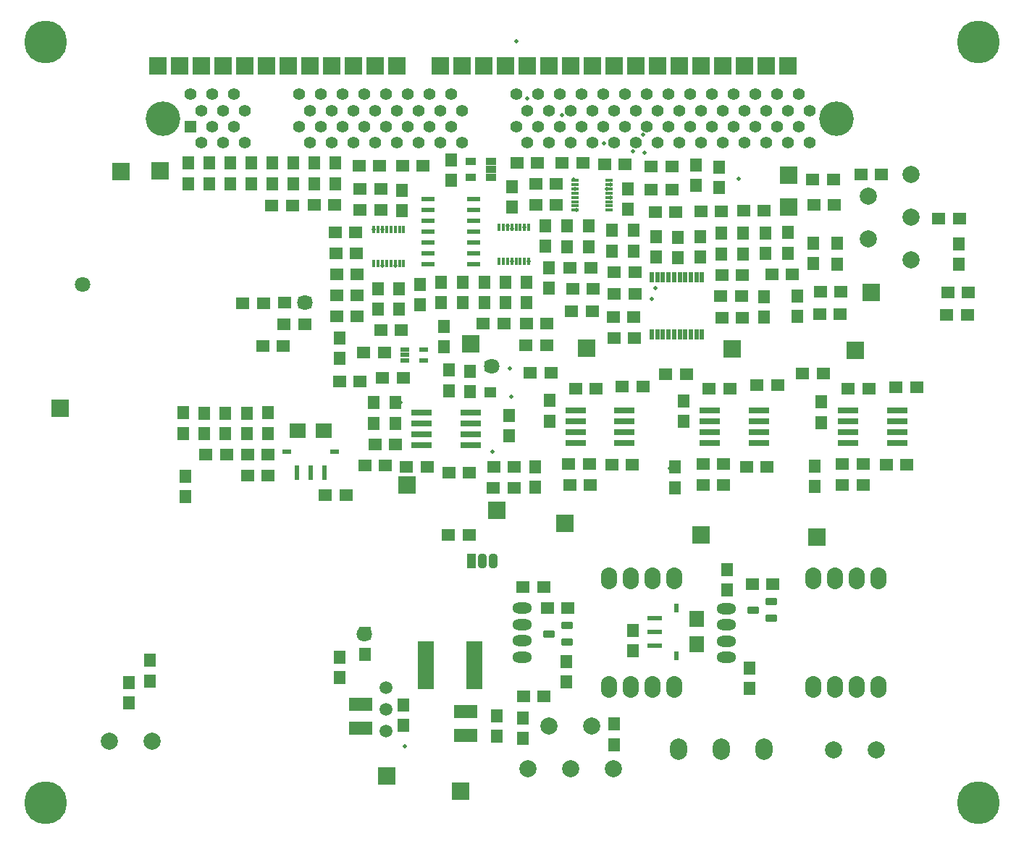
<source format=gbs>
G04 Layer_Color=16711935*
%FSLAX44Y44*%
%MOMM*%
G71*
G01*
G75*
%ADD20R,2.7000X1.6000*%
%ADD25R,1.4000X1.5000*%
%ADD26R,1.5000X1.4000*%
%ADD31R,2.0000X2.0000*%
%ADD32R,2.0000X2.0000*%
%ADD33O,1.9000X2.5400*%
%ADD34O,2.3000X1.3000*%
%ADD35C,1.5000*%
%ADD36C,2.0000*%
%ADD39O,2.0000X2.5000*%
%ADD40C,5.0000*%
%ADD41C,1.4000*%
%ADD42R,1.4000X1.4000*%
%ADD43C,4.0400*%
%ADD44C,1.8000*%
%ADD45C,0.5000*%
%ADD48C,0.6000*%
%ADD52R,1.0000X0.6000*%
%ADD53R,1.9000X1.8000*%
%ADD54R,0.6000X1.7000*%
%ADD55R,1.7000X0.6000*%
%ADD56R,0.6000X1.0000*%
%ADD57R,1.8000X1.9000*%
G04:AMPARAMS|DCode=58|XSize=0.8mm|YSize=1.4mm|CornerRadius=0.2mm|HoleSize=0mm|Usage=FLASHONLY|Rotation=270.000|XOffset=0mm|YOffset=0mm|HoleType=Round|Shape=RoundedRectangle|*
%AMROUNDEDRECTD58*
21,1,0.8000,1.0000,0,0,270.0*
21,1,0.4000,1.4000,0,0,270.0*
1,1,0.4000,-0.5000,-0.2000*
1,1,0.4000,-0.5000,0.2000*
1,1,0.4000,0.5000,0.2000*
1,1,0.4000,0.5000,-0.2000*
%
%ADD58ROUNDEDRECTD58*%
%ADD59R,1.9000X5.7000*%
%ADD62R,1.4000X1.2000*%
%ADD67R,1.6000X0.6000*%
%ADD75R,1.1000X1.8000*%
%ADD76O,1.1000X1.8000*%
%ADD77R,0.4000X0.9500*%
%ADD78R,0.9500X0.4000*%
%ADD79R,2.4400X0.7400*%
%ADD80R,1.1000X0.5000*%
%ADD81R,1.2000X0.8500*%
%ADD82R,0.5000X1.3000*%
D20*
X398000Y117000D02*
D03*
Y145000D02*
D03*
X521208Y108202D02*
D03*
Y136202D02*
D03*
D25*
X373380Y573368D02*
D03*
Y549368D02*
D03*
X897382Y696558D02*
D03*
Y672558D02*
D03*
X871474Y672304D02*
D03*
Y696304D02*
D03*
X613664Y680432D02*
D03*
Y704432D02*
D03*
X852932Y187288D02*
D03*
Y163288D02*
D03*
X587756Y129122D02*
D03*
Y105122D02*
D03*
X937006Y498438D02*
D03*
Y474438D02*
D03*
X775716Y499708D02*
D03*
Y475708D02*
D03*
X618998Y500216D02*
D03*
Y476216D02*
D03*
X438404Y497676D02*
D03*
Y473676D02*
D03*
X929386Y399508D02*
D03*
Y423508D02*
D03*
X765556Y398238D02*
D03*
Y422238D02*
D03*
X602488Y398526D02*
D03*
Y422526D02*
D03*
X413258Y497676D02*
D03*
Y473676D02*
D03*
X525708Y510314D02*
D03*
Y534314D02*
D03*
X501165Y511714D02*
D03*
Y535714D02*
D03*
X374000Y200000D02*
D03*
Y176000D02*
D03*
X270256Y777838D02*
D03*
Y753838D02*
D03*
X220980D02*
D03*
Y777838D02*
D03*
X820166Y671796D02*
D03*
Y695796D02*
D03*
X795020Y691732D02*
D03*
Y667732D02*
D03*
X768858Y667224D02*
D03*
Y691224D02*
D03*
X869442Y621628D02*
D03*
Y597628D02*
D03*
X845312Y695796D02*
D03*
Y671796D02*
D03*
X717042Y699098D02*
D03*
Y675098D02*
D03*
X691642D02*
D03*
Y699098D02*
D03*
X557530Y107662D02*
D03*
Y131662D02*
D03*
X196342Y753838D02*
D03*
Y777838D02*
D03*
X448000Y144000D02*
D03*
Y120000D02*
D03*
X190500Y461738D02*
D03*
Y485738D02*
D03*
X694436Y97756D02*
D03*
Y121756D02*
D03*
X403352Y227542D02*
D03*
Y203542D02*
D03*
X638810Y195100D02*
D03*
Y171100D02*
D03*
X716280Y231484D02*
D03*
Y207484D02*
D03*
X826770Y278350D02*
D03*
Y302350D02*
D03*
X368808Y753838D02*
D03*
Y777838D02*
D03*
X294894Y753838D02*
D03*
Y777838D02*
D03*
X443230Y607026D02*
D03*
Y631026D02*
D03*
X418592D02*
D03*
Y607026D02*
D03*
X618490Y631410D02*
D03*
Y655410D02*
D03*
X567182Y614646D02*
D03*
Y638646D02*
D03*
X591820Y638900D02*
D03*
Y614900D02*
D03*
X215138Y485484D02*
D03*
Y461484D02*
D03*
X239776Y485484D02*
D03*
Y461484D02*
D03*
X127000Y170524D02*
D03*
Y146524D02*
D03*
X151892Y172178D02*
D03*
Y196178D02*
D03*
X446024Y746342D02*
D03*
Y722342D02*
D03*
X517906Y614646D02*
D03*
Y638646D02*
D03*
X542544D02*
D03*
Y614646D02*
D03*
X319532Y777838D02*
D03*
Y753838D02*
D03*
X467868Y612106D02*
D03*
Y636106D02*
D03*
X574802Y726660D02*
D03*
Y750660D02*
D03*
X495300Y562830D02*
D03*
Y586830D02*
D03*
X492506Y614646D02*
D03*
Y638646D02*
D03*
X639826Y704178D02*
D03*
Y680178D02*
D03*
X245618Y753838D02*
D03*
Y777838D02*
D03*
X789940Y751998D02*
D03*
Y775998D02*
D03*
X193294Y411824D02*
D03*
Y387824D02*
D03*
X817372Y773012D02*
D03*
Y749012D02*
D03*
X265176Y461484D02*
D03*
Y485484D02*
D03*
X289814Y485738D02*
D03*
Y461738D02*
D03*
X344170Y753838D02*
D03*
Y777838D02*
D03*
X710692Y723866D02*
D03*
Y747866D02*
D03*
X664464Y704178D02*
D03*
Y680178D02*
D03*
X571500Y458882D02*
D03*
Y482882D02*
D03*
X743712Y667732D02*
D03*
Y691732D02*
D03*
X504190Y757648D02*
D03*
Y781648D02*
D03*
X1097280Y683604D02*
D03*
Y659604D02*
D03*
X927608Y660112D02*
D03*
Y684112D02*
D03*
X909066Y622644D02*
D03*
Y598644D02*
D03*
X955548Y683920D02*
D03*
Y659920D02*
D03*
D26*
X427036Y424462D02*
D03*
X403036D02*
D03*
X425766Y556288D02*
D03*
X401766D02*
D03*
X581090Y778284D02*
D03*
X605090D02*
D03*
X394016Y623344D02*
D03*
X370016D02*
D03*
X392492Y697258D02*
D03*
X368492D02*
D03*
X501334Y415826D02*
D03*
X525334D02*
D03*
X914876Y532158D02*
D03*
X938876D02*
D03*
X754826Y530888D02*
D03*
X778826D02*
D03*
X596584Y532920D02*
D03*
X620584D02*
D03*
X475804Y422938D02*
D03*
X451804D02*
D03*
X1036890Y424970D02*
D03*
X1012890D02*
D03*
X1048066Y515648D02*
D03*
X1024066D02*
D03*
X985582Y425986D02*
D03*
X961582D02*
D03*
X992186Y514378D02*
D03*
X968186D02*
D03*
X873314Y422938D02*
D03*
X849314D02*
D03*
X885506Y518188D02*
D03*
X861506D02*
D03*
X822260Y425732D02*
D03*
X798260D02*
D03*
X829626Y514378D02*
D03*
X805626D02*
D03*
X715580Y424970D02*
D03*
X691580D02*
D03*
X728026Y516918D02*
D03*
X704026D02*
D03*
X665288Y425732D02*
D03*
X641288D02*
D03*
X673416Y514378D02*
D03*
X649416D02*
D03*
X414974Y449100D02*
D03*
X438974D02*
D03*
X343854Y728754D02*
D03*
X367854D02*
D03*
X217362Y436908D02*
D03*
X241362D02*
D03*
X820612Y596928D02*
D03*
X844612D02*
D03*
X843342Y622328D02*
D03*
X819342D02*
D03*
X694882Y650522D02*
D03*
X718882D02*
D03*
Y624868D02*
D03*
X694882D02*
D03*
X693612Y598198D02*
D03*
X717612D02*
D03*
X855918Y285524D02*
D03*
X879918D02*
D03*
X820612Y646966D02*
D03*
X844612D02*
D03*
X869758Y722658D02*
D03*
X845758D02*
D03*
X646114Y630964D02*
D03*
X670114D02*
D03*
X668844Y604548D02*
D03*
X644844D02*
D03*
X983172Y764568D02*
D03*
X1007172D02*
D03*
X588202Y282222D02*
D03*
X612202D02*
D03*
X396178Y774474D02*
D03*
X420178D02*
D03*
X626934Y753646D02*
D03*
X602934D02*
D03*
X577404Y398046D02*
D03*
X553404D02*
D03*
X553658Y422684D02*
D03*
X577658D02*
D03*
X370016Y647982D02*
D03*
X394016D02*
D03*
X421448Y748058D02*
D03*
X397448D02*
D03*
X393000Y672620D02*
D03*
X369000D02*
D03*
X294324Y728500D02*
D03*
X318324D02*
D03*
X446978Y774474D02*
D03*
X470978D02*
D03*
X394016Y598452D02*
D03*
X370016D02*
D03*
X445832Y582450D02*
D03*
X421832D02*
D03*
X308802Y589562D02*
D03*
X332802D02*
D03*
X283910Y564134D02*
D03*
X307910D02*
D03*
X633668Y778284D02*
D03*
X657668D02*
D03*
X640650Y257584D02*
D03*
X616650D02*
D03*
X565466Y590070D02*
D03*
X541466D02*
D03*
X380808Y389918D02*
D03*
X356808D02*
D03*
X718120Y573560D02*
D03*
X694120D02*
D03*
X707452Y776760D02*
D03*
X683452D02*
D03*
X766634Y720626D02*
D03*
X742634D02*
D03*
X592012Y590324D02*
D03*
X616012D02*
D03*
X591442Y565178D02*
D03*
X615442D02*
D03*
X421448Y723420D02*
D03*
X397448D02*
D03*
X266130Y412270D02*
D03*
X290130D02*
D03*
X738062Y774220D02*
D03*
X762062D02*
D03*
X626934Y729008D02*
D03*
X602934D02*
D03*
X309310Y614454D02*
D03*
X333310D02*
D03*
X260542Y614200D02*
D03*
X284542D02*
D03*
X612456Y154206D02*
D03*
X588456D02*
D03*
X667066Y655602D02*
D03*
X643066D02*
D03*
X737808Y747042D02*
D03*
X761808D02*
D03*
X666750Y401094D02*
D03*
X642750D02*
D03*
X798260D02*
D03*
X822260D02*
D03*
X985328Y401348D02*
D03*
X961328D02*
D03*
X290130Y436908D02*
D03*
X266130D02*
D03*
X373318Y522760D02*
D03*
X397318D02*
D03*
X447864Y526570D02*
D03*
X423864D02*
D03*
X795974Y721642D02*
D03*
X819974D02*
D03*
X1098104Y712752D02*
D03*
X1074104D02*
D03*
X959420Y627154D02*
D03*
X935420D02*
D03*
X1108518Y626646D02*
D03*
X1084518D02*
D03*
X934912Y601500D02*
D03*
X958912D02*
D03*
X1083502Y600230D02*
D03*
X1107502D02*
D03*
X500826Y343182D02*
D03*
X524826D02*
D03*
X879032Y647728D02*
D03*
X903032D02*
D03*
X950784Y758980D02*
D03*
X926784D02*
D03*
X927800Y729262D02*
D03*
X951800D02*
D03*
D31*
X557530Y371630D02*
D03*
X211450Y891400D02*
D03*
X186050D02*
D03*
X117602Y767870D02*
D03*
X931672Y340388D02*
D03*
X795782Y342928D02*
D03*
X637250Y356250D02*
D03*
X514604Y43208D02*
D03*
X832612Y560352D02*
D03*
X526796Y566194D02*
D03*
X287650Y891400D02*
D03*
X363952Y891398D02*
D03*
X262250Y891400D02*
D03*
X313152Y891398D02*
D03*
X338552D02*
D03*
X389352D02*
D03*
X490952D02*
D03*
X643352D02*
D03*
X516352D02*
D03*
X541752D02*
D03*
X567152D02*
D03*
X592552D02*
D03*
X668752D02*
D03*
X617952D02*
D03*
X994918Y626364D02*
D03*
X898652Y763806D02*
D03*
X694152Y891398D02*
D03*
X236850Y891400D02*
D03*
X770352Y891398D02*
D03*
X719552D02*
D03*
X795752D02*
D03*
X440152D02*
D03*
X821152D02*
D03*
X846552D02*
D03*
X897352D02*
D03*
X871952D02*
D03*
X898906Y726722D02*
D03*
X163830Y768886D02*
D03*
X160650Y891400D02*
D03*
X414752Y891398D02*
D03*
D32*
X429000Y61000D02*
D03*
X976376Y558828D02*
D03*
X662686Y561368D02*
D03*
X452374Y401066D02*
D03*
X46482Y491518D02*
D03*
X744952Y891398D02*
D03*
D33*
X688594Y165382D02*
D03*
X713994D02*
D03*
X739394D02*
D03*
X764794D02*
D03*
X688594Y292382D02*
D03*
X713994D02*
D03*
X739394D02*
D03*
X764794D02*
D03*
X1003808Y291874D02*
D03*
X978408D02*
D03*
X953008D02*
D03*
X927608D02*
D03*
X1003808Y164874D02*
D03*
X978408D02*
D03*
X953008D02*
D03*
X927608D02*
D03*
D34*
X586894Y200307D02*
D03*
Y257457D02*
D03*
Y219357D02*
D03*
Y238407D02*
D03*
X825908Y237899D02*
D03*
Y218849D02*
D03*
Y256949D02*
D03*
Y199799D02*
D03*
D35*
X427990Y113538D02*
D03*
Y164338D02*
D03*
Y138938D02*
D03*
D36*
X593636Y69578D02*
D03*
X668636Y119578D02*
D03*
X693636Y69578D02*
D03*
X618636Y119578D02*
D03*
X643636Y69578D02*
D03*
X1041362Y714638D02*
D03*
X991362Y689638D02*
D03*
X1041362Y764638D02*
D03*
X991362Y739638D02*
D03*
X1041362Y664638D02*
D03*
X1001122Y91722D02*
D03*
X951122D02*
D03*
X104032Y101628D02*
D03*
X154032D02*
D03*
D39*
X769912Y92484D02*
D03*
X819912D02*
D03*
X869912D02*
D03*
D40*
X1120000Y30000D02*
D03*
Y920000D02*
D03*
X30000D02*
D03*
Y30000D02*
D03*
D41*
X910082Y858498D02*
D03*
X922782Y839498D02*
D03*
X910082Y820498D02*
D03*
X922782Y801498D02*
D03*
X884682Y858498D02*
D03*
X897382Y839498D02*
D03*
X884682Y820498D02*
D03*
X897382Y801498D02*
D03*
X859282Y858498D02*
D03*
X871982Y839498D02*
D03*
X859282Y820498D02*
D03*
X871982Y801498D02*
D03*
X833882Y858498D02*
D03*
X846582Y839498D02*
D03*
X833882Y820498D02*
D03*
X846582Y801498D02*
D03*
X808482Y858498D02*
D03*
X821182Y839498D02*
D03*
X808482Y820498D02*
D03*
X821182Y801498D02*
D03*
X783082Y858498D02*
D03*
X795782Y839498D02*
D03*
X783082Y820498D02*
D03*
X795782Y801498D02*
D03*
X757682Y858498D02*
D03*
X770382Y839498D02*
D03*
X757682Y820498D02*
D03*
X770382Y801498D02*
D03*
X732282Y858498D02*
D03*
X744982Y839498D02*
D03*
X732282Y820498D02*
D03*
X744982Y801498D02*
D03*
X706882Y858498D02*
D03*
X719582Y839498D02*
D03*
X706882Y820498D02*
D03*
X719582Y801498D02*
D03*
X681482Y858498D02*
D03*
X694182Y839498D02*
D03*
X681482Y820498D02*
D03*
X694182Y801498D02*
D03*
X656082Y858498D02*
D03*
X668782Y839498D02*
D03*
X656082Y820498D02*
D03*
X668782Y801498D02*
D03*
X630682Y858498D02*
D03*
X643382Y839498D02*
D03*
X630682Y820498D02*
D03*
X643382Y801498D02*
D03*
X605282Y858498D02*
D03*
X617982Y839498D02*
D03*
X605282Y820498D02*
D03*
X617982Y801498D02*
D03*
X579882Y858498D02*
D03*
X592582Y839498D02*
D03*
X579882Y820498D02*
D03*
X592582Y801498D02*
D03*
X503682Y858498D02*
D03*
X516382Y839498D02*
D03*
X503682Y820498D02*
D03*
X516382Y801498D02*
D03*
X478282Y858498D02*
D03*
X490982Y839498D02*
D03*
X478282Y820498D02*
D03*
X490982Y801498D02*
D03*
X452882Y858498D02*
D03*
X465582Y839498D02*
D03*
X452882Y820498D02*
D03*
X465582Y801498D02*
D03*
X427482Y858498D02*
D03*
X440182Y839498D02*
D03*
X427482Y820498D02*
D03*
X440182Y801498D02*
D03*
X402082Y858498D02*
D03*
X414782Y839498D02*
D03*
X402082Y820498D02*
D03*
X414782Y801498D02*
D03*
X376682Y858498D02*
D03*
X389382Y839498D02*
D03*
X376682Y820498D02*
D03*
X389382Y801498D02*
D03*
X351282Y858498D02*
D03*
X363982Y839498D02*
D03*
X351282Y820498D02*
D03*
X363982Y801498D02*
D03*
X325882Y858498D02*
D03*
X338582Y839498D02*
D03*
X325882Y820498D02*
D03*
X338582Y801498D02*
D03*
X249682Y858498D02*
D03*
X262382Y839498D02*
D03*
X249682Y820498D02*
D03*
X262382Y801498D02*
D03*
X224282Y858498D02*
D03*
X236982Y839498D02*
D03*
X224282Y820498D02*
D03*
X236982Y801498D02*
D03*
X198882Y858498D02*
D03*
X211582Y839498D02*
D03*
Y801498D02*
D03*
D42*
X198882Y820498D02*
D03*
D43*
X167182Y829998D02*
D03*
X954482D02*
D03*
D44*
X73152Y636016D02*
D03*
X402082Y226658D02*
D03*
X333310Y614454D02*
D03*
X551180Y540258D02*
D03*
D45*
X374000Y176000D02*
D03*
X398000Y147000D02*
D03*
X423484Y700408D02*
D03*
X413484D02*
D03*
X518160Y105918D02*
D03*
X580000Y920360D02*
D03*
X592582Y853186D02*
D03*
X633504Y834390D02*
D03*
X650494Y723138D02*
D03*
X728218Y811022D02*
D03*
X840000Y760000D02*
D03*
X648970Y747884D02*
D03*
X574788Y663346D02*
D03*
X574802Y701040D02*
D03*
X423164Y657860D02*
D03*
X730250Y789940D02*
D03*
X716534Y791718D02*
D03*
X868934Y621792D02*
D03*
X682498Y800862D02*
D03*
X747268Y688086D02*
D03*
X690626Y737870D02*
D03*
X739140Y772160D02*
D03*
X552196Y440718D02*
D03*
X529336Y534314D02*
D03*
X767334Y201644D02*
D03*
X745092Y580898D02*
D03*
X797092Y640898D02*
D03*
X699516Y620804D02*
D03*
X698754Y646712D02*
D03*
X452628Y559844D02*
D03*
X1097280Y683604D02*
D03*
X1083502Y600230D02*
D03*
X594788Y663346D02*
D03*
X615188Y653824D02*
D03*
X220980Y753838D02*
D03*
X270256D02*
D03*
X294894Y753838D02*
D03*
X420178Y774474D02*
D03*
X368492Y697258D02*
D03*
X367854Y728754D02*
D03*
X368808Y753838D02*
D03*
X397448Y748058D02*
D03*
X470978Y774474D02*
D03*
X476606Y735866D02*
D03*
X504190Y757648D02*
D03*
X550542Y761012D02*
D03*
X602934Y753646D02*
D03*
X574802Y750660D02*
D03*
X704342Y774474D02*
D03*
X814070Y745772D02*
D03*
X950784Y758980D02*
D03*
X958912Y601500D02*
D03*
X843342Y622328D02*
D03*
X844612Y596928D02*
D03*
X903032Y647728D02*
D03*
X927416Y659920D02*
D03*
X897382Y696558D02*
D03*
X762762Y723166D02*
D03*
X820166Y695796D02*
D03*
X795020Y691732D02*
D03*
X768858Y691224D02*
D03*
X636778Y679732D02*
D03*
X694120Y573560D02*
D03*
X693612Y598198D02*
D03*
X589280Y613692D02*
D03*
X467868Y612106D02*
D03*
X542544Y614646D02*
D03*
X495300Y586830D02*
D03*
X443230Y607026D02*
D03*
X421832Y582450D02*
D03*
X370016Y623344D02*
D03*
X373380Y573368D02*
D03*
X373318Y522760D02*
D03*
X260542Y614200D02*
D03*
X283910Y564134D02*
D03*
X855918Y285524D02*
D03*
X612456Y154206D02*
D03*
X524826Y343182D02*
D03*
X190754Y386870D02*
D03*
X380808Y389918D02*
D03*
X367852Y440718D02*
D03*
X311852D02*
D03*
X929386Y399508D02*
D03*
X822260Y425732D02*
D03*
X765556Y398238D02*
D03*
X577658Y422684D02*
D03*
X525334Y415826D02*
D03*
X782828Y528602D02*
D03*
X691642Y699098D02*
D03*
X941832Y529618D02*
D03*
X589788Y702564D02*
D03*
X940308Y496344D02*
D03*
X779018Y496852D02*
D03*
X622300Y497614D02*
D03*
X444754Y497868D02*
D03*
X742442Y631472D02*
D03*
X738378Y618964D02*
D03*
X318324Y728500D02*
D03*
X309310Y614454D02*
D03*
X319532Y753838D02*
D03*
X915162Y531650D02*
D03*
X691580Y424970D02*
D03*
X715580D02*
D03*
X649176Y463578D02*
D03*
X615442Y565178D02*
D03*
X849314Y422938D02*
D03*
X873314D02*
D03*
X806196Y463578D02*
D03*
Y488978D02*
D03*
X622584Y532920D02*
D03*
X215138Y485484D02*
D03*
X289814Y485738D02*
D03*
X626934Y729008D02*
D03*
X664464Y704178D02*
D03*
X448056Y144108D02*
D03*
X395478Y773966D02*
D03*
X294324Y728500D02*
D03*
X557530Y131662D02*
D03*
X694436Y121756D02*
D03*
X879918Y285524D02*
D03*
X737616Y747550D02*
D03*
X572262Y538000D02*
D03*
X553212Y400332D02*
D03*
X642750Y401094D02*
D03*
X574294Y504472D02*
D03*
X602488Y424716D02*
D03*
X759714Y420906D02*
D03*
X929386Y425508D02*
D03*
X190500Y485738D02*
D03*
X343854Y728754D02*
D03*
X777592Y580898D02*
D03*
X885506Y518188D02*
D03*
X820166Y671796D02*
D03*
X777592Y640898D02*
D03*
X743712Y667732D02*
D03*
X738592Y640898D02*
D03*
X667066Y655602D02*
D03*
X517906Y614646D02*
D03*
X530606Y659666D02*
D03*
X569976Y704878D02*
D03*
X492506Y638646D02*
D03*
X446024Y746342D02*
D03*
X467614Y638584D02*
D03*
X718120Y573560D02*
D03*
X369000Y672620D02*
D03*
X370016Y647982D02*
D03*
X633668Y778792D02*
D03*
X332802Y589562D02*
D03*
X613664Y704432D02*
D03*
X526542Y761012D02*
D03*
X550542Y780012D02*
D03*
X819974Y721642D02*
D03*
X871474Y696304D02*
D03*
X476606Y723166D02*
D03*
X1025446Y463578D02*
D03*
X1024066Y515648D02*
D03*
X863696Y463578D02*
D03*
X861506Y518188D02*
D03*
X805626Y514378D02*
D03*
X706676Y463578D02*
D03*
X704026Y516918D02*
D03*
X649416Y514378D02*
D03*
X968186Y514378D02*
D03*
X645922Y630710D02*
D03*
X717042Y698528D02*
D03*
X448310Y525808D02*
D03*
X643890Y657634D02*
D03*
X639826Y703100D02*
D03*
X879032Y647728D02*
D03*
X647192Y758726D02*
D03*
X644906Y604294D02*
D03*
X690626Y752884D02*
D03*
X686054Y747550D02*
D03*
X531622Y459514D02*
D03*
X339852Y416080D02*
D03*
X214630Y461038D02*
D03*
X216408Y436908D02*
D03*
X290322Y462054D02*
D03*
X754888Y530126D02*
D03*
X577404Y398046D02*
D03*
X667766Y398300D02*
D03*
X549148Y770636D02*
D03*
X502920Y533400D02*
D03*
X602488Y398526D02*
D03*
X665288Y425732D02*
D03*
X985582Y425986D02*
D03*
X856832Y255298D02*
D03*
X742134Y213644D02*
D03*
X767334Y257870D02*
D03*
X438658Y658368D02*
D03*
X397256Y701040D02*
D03*
X404368Y425704D02*
D03*
X423926Y424434D02*
D03*
X802640Y401066D02*
D03*
X822260Y402110D02*
D03*
X965200Y401320D02*
D03*
X985328Y401348D02*
D03*
X451804Y422938D02*
D03*
X449874Y96000D02*
D03*
X526166Y191036D02*
D03*
D48*
X649176Y488978D02*
D03*
X742134Y245644D02*
D03*
X967946Y463578D02*
D03*
Y488978D02*
D03*
X1037336Y424970D02*
D03*
X1013206D02*
D03*
X151892Y172178D02*
D03*
X588456Y154206D02*
D03*
X504190Y781648D02*
D03*
X425704Y555780D02*
D03*
X1084518Y626646D02*
D03*
X471932Y559844D02*
D03*
D52*
X367852Y440718D02*
D03*
X311852D02*
D03*
D53*
X354852Y464718D02*
D03*
X324852D02*
D03*
D54*
X355852Y415518D02*
D03*
X323852D02*
D03*
X339852D02*
D03*
D55*
X742134Y229870D02*
D03*
Y245870D02*
D03*
Y213870D02*
D03*
D56*
X767334Y257870D02*
D03*
Y201870D02*
D03*
D57*
X791334Y244870D02*
D03*
Y214870D02*
D03*
D58*
X878332Y264798D02*
D03*
Y245798D02*
D03*
X856832Y255298D02*
D03*
X617982Y227358D02*
D03*
X639482Y217858D02*
D03*
Y236858D02*
D03*
D59*
X530666Y191036D02*
D03*
X474666D02*
D03*
D62*
X550000Y540000D02*
D03*
Y510000D02*
D03*
D67*
X476606Y659666D02*
D03*
Y672366D02*
D03*
Y685066D02*
D03*
Y697766D02*
D03*
Y710466D02*
D03*
Y723166D02*
D03*
Y735866D02*
D03*
X530606Y659666D02*
D03*
Y672366D02*
D03*
Y685066D02*
D03*
Y697766D02*
D03*
Y710466D02*
D03*
Y723166D02*
D03*
Y735866D02*
D03*
D75*
X527304Y312194D02*
D03*
D76*
X540004D02*
D03*
X552704D02*
D03*
D77*
X413484Y700408D02*
D03*
X418484D02*
D03*
X423484D02*
D03*
X428484D02*
D03*
X433484D02*
D03*
X438484D02*
D03*
X443484D02*
D03*
X448484D02*
D03*
X413484Y660908D02*
D03*
X418484D02*
D03*
X423484D02*
D03*
X428484D02*
D03*
X433484D02*
D03*
X438484D02*
D03*
X443484D02*
D03*
X448484D02*
D03*
X559788Y702846D02*
D03*
X564788D02*
D03*
X569788D02*
D03*
X574788D02*
D03*
X579788D02*
D03*
X584788D02*
D03*
X589788D02*
D03*
X594788D02*
D03*
X559788Y663346D02*
D03*
X564788D02*
D03*
X569788D02*
D03*
X574788D02*
D03*
X579788D02*
D03*
X584788D02*
D03*
X589788D02*
D03*
X594788D02*
D03*
D78*
X648970Y722884D02*
D03*
Y727884D02*
D03*
Y732884D02*
D03*
Y737884D02*
D03*
Y742884D02*
D03*
Y747884D02*
D03*
Y752884D02*
D03*
Y757884D02*
D03*
X688470Y722884D02*
D03*
Y727884D02*
D03*
Y732884D02*
D03*
Y737884D02*
D03*
Y742884D02*
D03*
Y747884D02*
D03*
Y752884D02*
D03*
Y757884D02*
D03*
D79*
X469138Y447830D02*
D03*
Y460530D02*
D03*
Y473230D02*
D03*
Y485930D02*
D03*
X526638Y447830D02*
D03*
Y460530D02*
D03*
Y473230D02*
D03*
Y485930D02*
D03*
X1025446Y488978D02*
D03*
Y476278D02*
D03*
Y463578D02*
D03*
Y450878D02*
D03*
X967946Y488978D02*
D03*
Y476278D02*
D03*
Y463578D02*
D03*
Y450878D02*
D03*
X806196D02*
D03*
Y463578D02*
D03*
Y476278D02*
D03*
Y488978D02*
D03*
X863696Y450878D02*
D03*
Y463578D02*
D03*
Y476278D02*
D03*
Y488978D02*
D03*
X706676D02*
D03*
Y476278D02*
D03*
Y463578D02*
D03*
Y450878D02*
D03*
X649176Y488978D02*
D03*
Y476278D02*
D03*
Y463578D02*
D03*
Y450878D02*
D03*
D80*
X449424Y547098D02*
D03*
Y553598D02*
D03*
Y560098D02*
D03*
X471424Y547098D02*
D03*
Y560098D02*
D03*
D81*
X526542Y761012D02*
D03*
Y780012D02*
D03*
X550542Y761012D02*
D03*
Y770512D02*
D03*
Y780012D02*
D03*
D82*
X784092Y644398D02*
D03*
X751592D02*
D03*
X777592D02*
D03*
X764592D02*
D03*
X771092D02*
D03*
X758092D02*
D03*
X790592D02*
D03*
X745092D02*
D03*
X797092D02*
D03*
X738592D02*
D03*
X771092Y577398D02*
D03*
X764592D02*
D03*
X797092D02*
D03*
X738592D02*
D03*
X790592D02*
D03*
X745092D02*
D03*
X784092D02*
D03*
X751592D02*
D03*
X777592D02*
D03*
X758092D02*
D03*
M02*

</source>
